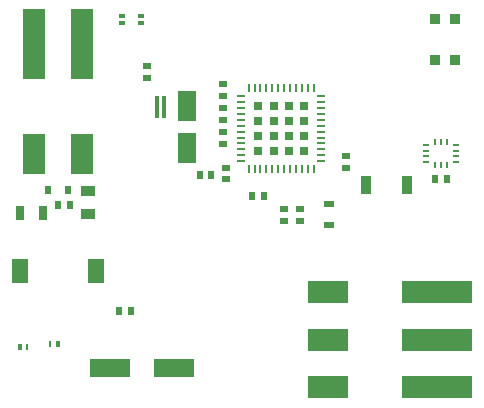
<source format=gtp>
G04 #@! TF.GenerationSoftware,KiCad,Pcbnew,(2018-01-21 revision 6b9866de8)-makepkg*
G04 #@! TF.CreationDate,2018-06-15T05:11:16+02:00*
G04 #@! TF.ProjectId,Roboy_motorboard,526F626F795F6D6F746F72626F617264,rev?*
G04 #@! TF.SameCoordinates,Original*
G04 #@! TF.FileFunction,Paste,Top*
G04 #@! TF.FilePolarity,Positive*
%FSLAX46Y46*%
G04 Gerber Fmt 4.6, Leading zero omitted, Abs format (unit mm)*
G04 Created by KiCad (PCBNEW (2018-01-21 revision 6b9866de8)-makepkg) date 06/15/18 05:11:16*
%MOMM*%
%LPD*%
G01*
G04 APERTURE LIST*
%ADD10R,0.350000X1.950000*%
%ADD11R,0.650000X0.550000*%
%ADD12R,0.950000X0.950000*%
%ADD13R,0.550000X0.750000*%
%ADD14R,1.450000X2.150000*%
%ADD15R,0.850000X1.650000*%
%ADD16R,0.200000X0.650000*%
%ADD17R,0.650000X0.200000*%
%ADD18R,0.722500X0.722500*%
%ADD19R,1.200000X0.950000*%
%ADD20R,3.450000X1.950000*%
%ADD21R,5.950000X1.950000*%
%ADD22R,1.950000X3.450000*%
%ADD23R,1.950000X5.950000*%
%ADD24R,0.650000X1.250000*%
%ADD25R,3.450000X1.550000*%
%ADD26R,1.550000X2.550000*%
%ADD27R,0.300000X0.550000*%
%ADD28R,0.250000X0.500000*%
%ADD29R,0.550000X0.650000*%
%ADD30R,0.200000X0.625000*%
%ADD31R,0.625000X0.200000*%
%ADD32R,0.950000X0.620000*%
%ADD33R,0.550000X0.400000*%
G04 APERTURE END LIST*
D10*
X108050000Y-89350000D03*
X108650000Y-89350000D03*
D11*
X113840000Y-95440000D03*
X113840000Y-94440000D03*
D12*
X133275000Y-81850000D03*
X131525000Y-81850000D03*
X133275000Y-85350000D03*
X131525000Y-85350000D03*
D13*
X98781500Y-96329500D03*
X100481500Y-96329500D03*
D14*
X96431500Y-103187500D03*
X102831500Y-103187500D03*
D15*
X125750000Y-95950000D03*
X129150000Y-95950000D03*
D16*
X115782500Y-94547500D03*
X116282500Y-94547500D03*
X116782500Y-94547500D03*
X117282500Y-94547500D03*
X117782500Y-94547500D03*
X118282500Y-94547500D03*
X118782500Y-94547500D03*
X119282500Y-94547500D03*
X119782500Y-94547500D03*
X120282500Y-94547500D03*
X120782500Y-94547500D03*
X121282500Y-94547500D03*
D17*
X121932500Y-93897500D03*
X121932500Y-93397500D03*
X121932500Y-92897500D03*
X121932500Y-92397500D03*
X121932500Y-91897500D03*
X121932500Y-91397500D03*
X121932500Y-90897500D03*
X121932500Y-90397500D03*
X121932500Y-89897500D03*
X121932500Y-89397500D03*
X121932500Y-88897500D03*
X121932500Y-88397500D03*
D16*
X121282500Y-87747500D03*
X120782500Y-87747500D03*
X120282500Y-87747500D03*
X119782500Y-87747500D03*
X119282500Y-87747500D03*
X118782500Y-87747500D03*
X118282500Y-87747500D03*
X117782500Y-87747500D03*
X117282500Y-87747500D03*
X116782500Y-87747500D03*
X116282500Y-87747500D03*
X115782500Y-87747500D03*
D17*
X115132500Y-88397500D03*
X115132500Y-88897500D03*
X115132500Y-89397500D03*
X115132500Y-89897500D03*
X115132500Y-90397500D03*
X115132500Y-90897500D03*
X115132500Y-91397500D03*
X115132500Y-91897500D03*
X115132500Y-92397500D03*
X115132500Y-92897500D03*
X115132500Y-93397500D03*
X115132500Y-93897500D03*
D18*
X120463750Y-89216250D03*
X119176250Y-89216250D03*
X117888750Y-89216250D03*
X116601250Y-89216250D03*
X120463750Y-90503750D03*
X119176250Y-90503750D03*
X117888750Y-90503750D03*
X116601250Y-90503750D03*
X120463750Y-91791250D03*
X119176250Y-91791250D03*
X117888750Y-91791250D03*
X116601250Y-91791250D03*
X120463750Y-93078750D03*
X119176250Y-93078750D03*
X117888750Y-93078750D03*
X116601250Y-93078750D03*
D19*
X102171500Y-98409000D03*
X102171500Y-96409000D03*
D20*
X122500000Y-105000000D03*
D21*
X131750000Y-105000000D03*
X131750000Y-109000000D03*
D20*
X122500000Y-109000000D03*
D21*
X131750000Y-113000000D03*
D20*
X122500000Y-113000000D03*
D22*
X101631500Y-93261000D03*
D23*
X101631500Y-84011000D03*
X97631500Y-84011000D03*
D22*
X97631500Y-93261000D03*
D24*
X98359000Y-98298000D03*
X96459000Y-98298000D03*
D25*
X104025000Y-111400000D03*
X109425000Y-111400000D03*
D26*
X110600000Y-92800000D03*
X110600000Y-89200000D03*
D27*
X96385500Y-109664500D03*
D28*
X97035500Y-109664500D03*
D27*
X99625000Y-109400000D03*
D28*
X98975000Y-109400000D03*
D11*
X120150000Y-98950000D03*
X120150000Y-97950000D03*
X118750000Y-97950000D03*
X118750000Y-98950000D03*
D29*
X111625000Y-95050000D03*
X112625000Y-95050000D03*
X116050000Y-96850000D03*
X117050000Y-96850000D03*
D11*
X107150000Y-85850000D03*
X107150000Y-86850000D03*
X113575000Y-87400000D03*
X113575000Y-88400000D03*
X113575000Y-89400000D03*
X113575000Y-90400000D03*
D29*
X99639500Y-97599500D03*
X100639500Y-97599500D03*
D11*
X113575000Y-91450000D03*
X113575000Y-92450000D03*
D29*
X131550000Y-95450000D03*
X132550000Y-95450000D03*
D11*
X124000000Y-93450000D03*
X124000000Y-94450000D03*
D29*
X105846500Y-106616500D03*
X104846500Y-106616500D03*
D30*
X132050000Y-92237500D03*
X131550000Y-92237500D03*
X132550000Y-92237500D03*
X131550000Y-94262500D03*
X132050000Y-94262500D03*
X132550000Y-94262500D03*
D31*
X130787500Y-92500000D03*
X130787500Y-93000000D03*
X130787500Y-93500000D03*
X130787500Y-94000000D03*
X133312500Y-94000000D03*
X133312500Y-93500000D03*
X133312500Y-93000000D03*
X133312500Y-92500000D03*
D32*
X122600000Y-99300000D03*
X122600000Y-97550000D03*
D33*
X105100000Y-81600000D03*
X106700000Y-81600000D03*
X106700000Y-82200000D03*
X105100000Y-82200000D03*
M02*

</source>
